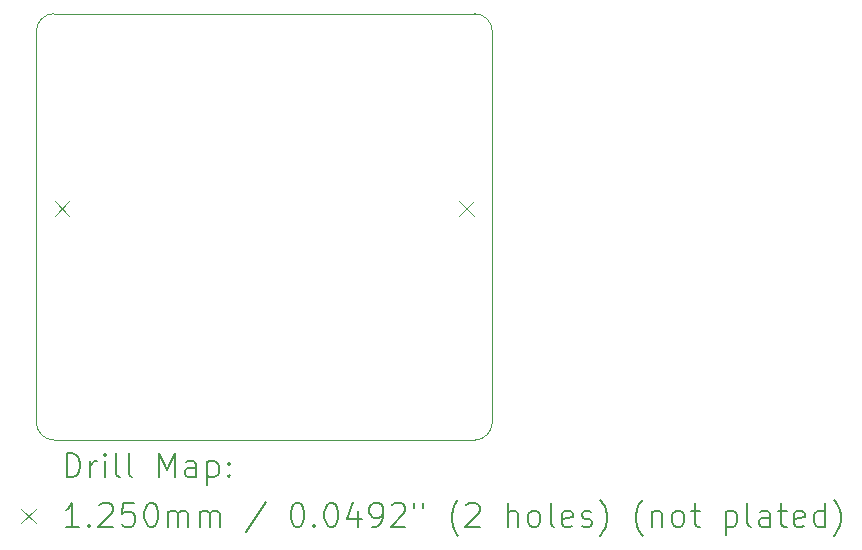
<source format=gbr>
%TF.GenerationSoftware,KiCad,Pcbnew,9.0.0*%
%TF.CreationDate,2025-08-24T13:42:27+02:00*%
%TF.ProjectId,Rivian-A,52697669-616e-42d4-912e-6b696361645f,rev?*%
%TF.SameCoordinates,Original*%
%TF.FileFunction,Drillmap*%
%TF.FilePolarity,Positive*%
%FSLAX45Y45*%
G04 Gerber Fmt 4.5, Leading zero omitted, Abs format (unit mm)*
G04 Created by KiCad (PCBNEW 9.0.0) date 2025-08-24 13:42:27*
%MOMM*%
%LPD*%
G01*
G04 APERTURE LIST*
%ADD10C,0.050000*%
%ADD11C,0.200000*%
%ADD12C,0.125000*%
G04 APERTURE END LIST*
D10*
X15500000Y-7030000D02*
G75*
G02*
X15650000Y-7180000I0J-150000D01*
G01*
X15650000Y-10490000D02*
G75*
G02*
X15500000Y-10640000I-150000J0D01*
G01*
X11790000Y-7180000D02*
G75*
G02*
X11940000Y-7030000I150000J0D01*
G01*
X11940000Y-10640000D02*
G75*
G02*
X11790000Y-10490000I0J150000D01*
G01*
X15650000Y-7180000D02*
X15650000Y-10490000D01*
X11940000Y-7030000D02*
X15500000Y-7030000D01*
X15500000Y-10640000D02*
X11940000Y-10640000D01*
X11790000Y-10490000D02*
X11790000Y-7180000D01*
D11*
D12*
X11945000Y-8617500D02*
X12070000Y-8742500D01*
X12070000Y-8617500D02*
X11945000Y-8742500D01*
X15370000Y-8617500D02*
X15495000Y-8742500D01*
X15495000Y-8617500D02*
X15370000Y-8742500D01*
D11*
X12048277Y-10953984D02*
X12048277Y-10753984D01*
X12048277Y-10753984D02*
X12095896Y-10753984D01*
X12095896Y-10753984D02*
X12124467Y-10763508D01*
X12124467Y-10763508D02*
X12143515Y-10782555D01*
X12143515Y-10782555D02*
X12153039Y-10801603D01*
X12153039Y-10801603D02*
X12162562Y-10839698D01*
X12162562Y-10839698D02*
X12162562Y-10868270D01*
X12162562Y-10868270D02*
X12153039Y-10906365D01*
X12153039Y-10906365D02*
X12143515Y-10925412D01*
X12143515Y-10925412D02*
X12124467Y-10944460D01*
X12124467Y-10944460D02*
X12095896Y-10953984D01*
X12095896Y-10953984D02*
X12048277Y-10953984D01*
X12248277Y-10953984D02*
X12248277Y-10820650D01*
X12248277Y-10858746D02*
X12257801Y-10839698D01*
X12257801Y-10839698D02*
X12267324Y-10830174D01*
X12267324Y-10830174D02*
X12286372Y-10820650D01*
X12286372Y-10820650D02*
X12305420Y-10820650D01*
X12372086Y-10953984D02*
X12372086Y-10820650D01*
X12372086Y-10753984D02*
X12362562Y-10763508D01*
X12362562Y-10763508D02*
X12372086Y-10773031D01*
X12372086Y-10773031D02*
X12381610Y-10763508D01*
X12381610Y-10763508D02*
X12372086Y-10753984D01*
X12372086Y-10753984D02*
X12372086Y-10773031D01*
X12495896Y-10953984D02*
X12476848Y-10944460D01*
X12476848Y-10944460D02*
X12467324Y-10925412D01*
X12467324Y-10925412D02*
X12467324Y-10753984D01*
X12600658Y-10953984D02*
X12581610Y-10944460D01*
X12581610Y-10944460D02*
X12572086Y-10925412D01*
X12572086Y-10925412D02*
X12572086Y-10753984D01*
X12829229Y-10953984D02*
X12829229Y-10753984D01*
X12829229Y-10753984D02*
X12895896Y-10896841D01*
X12895896Y-10896841D02*
X12962562Y-10753984D01*
X12962562Y-10753984D02*
X12962562Y-10953984D01*
X13143515Y-10953984D02*
X13143515Y-10849222D01*
X13143515Y-10849222D02*
X13133991Y-10830174D01*
X13133991Y-10830174D02*
X13114943Y-10820650D01*
X13114943Y-10820650D02*
X13076848Y-10820650D01*
X13076848Y-10820650D02*
X13057801Y-10830174D01*
X13143515Y-10944460D02*
X13124467Y-10953984D01*
X13124467Y-10953984D02*
X13076848Y-10953984D01*
X13076848Y-10953984D02*
X13057801Y-10944460D01*
X13057801Y-10944460D02*
X13048277Y-10925412D01*
X13048277Y-10925412D02*
X13048277Y-10906365D01*
X13048277Y-10906365D02*
X13057801Y-10887317D01*
X13057801Y-10887317D02*
X13076848Y-10877793D01*
X13076848Y-10877793D02*
X13124467Y-10877793D01*
X13124467Y-10877793D02*
X13143515Y-10868270D01*
X13238753Y-10820650D02*
X13238753Y-11020650D01*
X13238753Y-10830174D02*
X13257801Y-10820650D01*
X13257801Y-10820650D02*
X13295896Y-10820650D01*
X13295896Y-10820650D02*
X13314943Y-10830174D01*
X13314943Y-10830174D02*
X13324467Y-10839698D01*
X13324467Y-10839698D02*
X13333991Y-10858746D01*
X13333991Y-10858746D02*
X13333991Y-10915889D01*
X13333991Y-10915889D02*
X13324467Y-10934936D01*
X13324467Y-10934936D02*
X13314943Y-10944460D01*
X13314943Y-10944460D02*
X13295896Y-10953984D01*
X13295896Y-10953984D02*
X13257801Y-10953984D01*
X13257801Y-10953984D02*
X13238753Y-10944460D01*
X13419705Y-10934936D02*
X13429229Y-10944460D01*
X13429229Y-10944460D02*
X13419705Y-10953984D01*
X13419705Y-10953984D02*
X13410182Y-10944460D01*
X13410182Y-10944460D02*
X13419705Y-10934936D01*
X13419705Y-10934936D02*
X13419705Y-10953984D01*
X13419705Y-10830174D02*
X13429229Y-10839698D01*
X13429229Y-10839698D02*
X13419705Y-10849222D01*
X13419705Y-10849222D02*
X13410182Y-10839698D01*
X13410182Y-10839698D02*
X13419705Y-10830174D01*
X13419705Y-10830174D02*
X13419705Y-10849222D01*
D12*
X11662500Y-11220000D02*
X11787500Y-11345000D01*
X11787500Y-11220000D02*
X11662500Y-11345000D01*
D11*
X12153039Y-11373984D02*
X12038753Y-11373984D01*
X12095896Y-11373984D02*
X12095896Y-11173984D01*
X12095896Y-11173984D02*
X12076848Y-11202555D01*
X12076848Y-11202555D02*
X12057801Y-11221603D01*
X12057801Y-11221603D02*
X12038753Y-11231127D01*
X12238753Y-11354936D02*
X12248277Y-11364460D01*
X12248277Y-11364460D02*
X12238753Y-11373984D01*
X12238753Y-11373984D02*
X12229229Y-11364460D01*
X12229229Y-11364460D02*
X12238753Y-11354936D01*
X12238753Y-11354936D02*
X12238753Y-11373984D01*
X12324467Y-11193031D02*
X12333991Y-11183508D01*
X12333991Y-11183508D02*
X12353039Y-11173984D01*
X12353039Y-11173984D02*
X12400658Y-11173984D01*
X12400658Y-11173984D02*
X12419705Y-11183508D01*
X12419705Y-11183508D02*
X12429229Y-11193031D01*
X12429229Y-11193031D02*
X12438753Y-11212079D01*
X12438753Y-11212079D02*
X12438753Y-11231127D01*
X12438753Y-11231127D02*
X12429229Y-11259698D01*
X12429229Y-11259698D02*
X12314943Y-11373984D01*
X12314943Y-11373984D02*
X12438753Y-11373984D01*
X12619705Y-11173984D02*
X12524467Y-11173984D01*
X12524467Y-11173984D02*
X12514943Y-11269222D01*
X12514943Y-11269222D02*
X12524467Y-11259698D01*
X12524467Y-11259698D02*
X12543515Y-11250174D01*
X12543515Y-11250174D02*
X12591134Y-11250174D01*
X12591134Y-11250174D02*
X12610182Y-11259698D01*
X12610182Y-11259698D02*
X12619705Y-11269222D01*
X12619705Y-11269222D02*
X12629229Y-11288269D01*
X12629229Y-11288269D02*
X12629229Y-11335888D01*
X12629229Y-11335888D02*
X12619705Y-11354936D01*
X12619705Y-11354936D02*
X12610182Y-11364460D01*
X12610182Y-11364460D02*
X12591134Y-11373984D01*
X12591134Y-11373984D02*
X12543515Y-11373984D01*
X12543515Y-11373984D02*
X12524467Y-11364460D01*
X12524467Y-11364460D02*
X12514943Y-11354936D01*
X12753039Y-11173984D02*
X12772086Y-11173984D01*
X12772086Y-11173984D02*
X12791134Y-11183508D01*
X12791134Y-11183508D02*
X12800658Y-11193031D01*
X12800658Y-11193031D02*
X12810182Y-11212079D01*
X12810182Y-11212079D02*
X12819705Y-11250174D01*
X12819705Y-11250174D02*
X12819705Y-11297793D01*
X12819705Y-11297793D02*
X12810182Y-11335888D01*
X12810182Y-11335888D02*
X12800658Y-11354936D01*
X12800658Y-11354936D02*
X12791134Y-11364460D01*
X12791134Y-11364460D02*
X12772086Y-11373984D01*
X12772086Y-11373984D02*
X12753039Y-11373984D01*
X12753039Y-11373984D02*
X12733991Y-11364460D01*
X12733991Y-11364460D02*
X12724467Y-11354936D01*
X12724467Y-11354936D02*
X12714943Y-11335888D01*
X12714943Y-11335888D02*
X12705420Y-11297793D01*
X12705420Y-11297793D02*
X12705420Y-11250174D01*
X12705420Y-11250174D02*
X12714943Y-11212079D01*
X12714943Y-11212079D02*
X12724467Y-11193031D01*
X12724467Y-11193031D02*
X12733991Y-11183508D01*
X12733991Y-11183508D02*
X12753039Y-11173984D01*
X12905420Y-11373984D02*
X12905420Y-11240650D01*
X12905420Y-11259698D02*
X12914943Y-11250174D01*
X12914943Y-11250174D02*
X12933991Y-11240650D01*
X12933991Y-11240650D02*
X12962563Y-11240650D01*
X12962563Y-11240650D02*
X12981610Y-11250174D01*
X12981610Y-11250174D02*
X12991134Y-11269222D01*
X12991134Y-11269222D02*
X12991134Y-11373984D01*
X12991134Y-11269222D02*
X13000658Y-11250174D01*
X13000658Y-11250174D02*
X13019705Y-11240650D01*
X13019705Y-11240650D02*
X13048277Y-11240650D01*
X13048277Y-11240650D02*
X13067324Y-11250174D01*
X13067324Y-11250174D02*
X13076848Y-11269222D01*
X13076848Y-11269222D02*
X13076848Y-11373984D01*
X13172086Y-11373984D02*
X13172086Y-11240650D01*
X13172086Y-11259698D02*
X13181610Y-11250174D01*
X13181610Y-11250174D02*
X13200658Y-11240650D01*
X13200658Y-11240650D02*
X13229229Y-11240650D01*
X13229229Y-11240650D02*
X13248277Y-11250174D01*
X13248277Y-11250174D02*
X13257801Y-11269222D01*
X13257801Y-11269222D02*
X13257801Y-11373984D01*
X13257801Y-11269222D02*
X13267324Y-11250174D01*
X13267324Y-11250174D02*
X13286372Y-11240650D01*
X13286372Y-11240650D02*
X13314943Y-11240650D01*
X13314943Y-11240650D02*
X13333991Y-11250174D01*
X13333991Y-11250174D02*
X13343515Y-11269222D01*
X13343515Y-11269222D02*
X13343515Y-11373984D01*
X13733991Y-11164460D02*
X13562563Y-11421603D01*
X13991134Y-11173984D02*
X14010182Y-11173984D01*
X14010182Y-11173984D02*
X14029229Y-11183508D01*
X14029229Y-11183508D02*
X14038753Y-11193031D01*
X14038753Y-11193031D02*
X14048277Y-11212079D01*
X14048277Y-11212079D02*
X14057801Y-11250174D01*
X14057801Y-11250174D02*
X14057801Y-11297793D01*
X14057801Y-11297793D02*
X14048277Y-11335888D01*
X14048277Y-11335888D02*
X14038753Y-11354936D01*
X14038753Y-11354936D02*
X14029229Y-11364460D01*
X14029229Y-11364460D02*
X14010182Y-11373984D01*
X14010182Y-11373984D02*
X13991134Y-11373984D01*
X13991134Y-11373984D02*
X13972086Y-11364460D01*
X13972086Y-11364460D02*
X13962563Y-11354936D01*
X13962563Y-11354936D02*
X13953039Y-11335888D01*
X13953039Y-11335888D02*
X13943515Y-11297793D01*
X13943515Y-11297793D02*
X13943515Y-11250174D01*
X13943515Y-11250174D02*
X13953039Y-11212079D01*
X13953039Y-11212079D02*
X13962563Y-11193031D01*
X13962563Y-11193031D02*
X13972086Y-11183508D01*
X13972086Y-11183508D02*
X13991134Y-11173984D01*
X14143515Y-11354936D02*
X14153039Y-11364460D01*
X14153039Y-11364460D02*
X14143515Y-11373984D01*
X14143515Y-11373984D02*
X14133991Y-11364460D01*
X14133991Y-11364460D02*
X14143515Y-11354936D01*
X14143515Y-11354936D02*
X14143515Y-11373984D01*
X14276848Y-11173984D02*
X14295896Y-11173984D01*
X14295896Y-11173984D02*
X14314944Y-11183508D01*
X14314944Y-11183508D02*
X14324467Y-11193031D01*
X14324467Y-11193031D02*
X14333991Y-11212079D01*
X14333991Y-11212079D02*
X14343515Y-11250174D01*
X14343515Y-11250174D02*
X14343515Y-11297793D01*
X14343515Y-11297793D02*
X14333991Y-11335888D01*
X14333991Y-11335888D02*
X14324467Y-11354936D01*
X14324467Y-11354936D02*
X14314944Y-11364460D01*
X14314944Y-11364460D02*
X14295896Y-11373984D01*
X14295896Y-11373984D02*
X14276848Y-11373984D01*
X14276848Y-11373984D02*
X14257801Y-11364460D01*
X14257801Y-11364460D02*
X14248277Y-11354936D01*
X14248277Y-11354936D02*
X14238753Y-11335888D01*
X14238753Y-11335888D02*
X14229229Y-11297793D01*
X14229229Y-11297793D02*
X14229229Y-11250174D01*
X14229229Y-11250174D02*
X14238753Y-11212079D01*
X14238753Y-11212079D02*
X14248277Y-11193031D01*
X14248277Y-11193031D02*
X14257801Y-11183508D01*
X14257801Y-11183508D02*
X14276848Y-11173984D01*
X14514944Y-11240650D02*
X14514944Y-11373984D01*
X14467325Y-11164460D02*
X14419706Y-11307317D01*
X14419706Y-11307317D02*
X14543515Y-11307317D01*
X14629229Y-11373984D02*
X14667325Y-11373984D01*
X14667325Y-11373984D02*
X14686372Y-11364460D01*
X14686372Y-11364460D02*
X14695896Y-11354936D01*
X14695896Y-11354936D02*
X14714944Y-11326365D01*
X14714944Y-11326365D02*
X14724467Y-11288269D01*
X14724467Y-11288269D02*
X14724467Y-11212079D01*
X14724467Y-11212079D02*
X14714944Y-11193031D01*
X14714944Y-11193031D02*
X14705420Y-11183508D01*
X14705420Y-11183508D02*
X14686372Y-11173984D01*
X14686372Y-11173984D02*
X14648277Y-11173984D01*
X14648277Y-11173984D02*
X14629229Y-11183508D01*
X14629229Y-11183508D02*
X14619706Y-11193031D01*
X14619706Y-11193031D02*
X14610182Y-11212079D01*
X14610182Y-11212079D02*
X14610182Y-11259698D01*
X14610182Y-11259698D02*
X14619706Y-11278746D01*
X14619706Y-11278746D02*
X14629229Y-11288269D01*
X14629229Y-11288269D02*
X14648277Y-11297793D01*
X14648277Y-11297793D02*
X14686372Y-11297793D01*
X14686372Y-11297793D02*
X14705420Y-11288269D01*
X14705420Y-11288269D02*
X14714944Y-11278746D01*
X14714944Y-11278746D02*
X14724467Y-11259698D01*
X14800658Y-11193031D02*
X14810182Y-11183508D01*
X14810182Y-11183508D02*
X14829229Y-11173984D01*
X14829229Y-11173984D02*
X14876848Y-11173984D01*
X14876848Y-11173984D02*
X14895896Y-11183508D01*
X14895896Y-11183508D02*
X14905420Y-11193031D01*
X14905420Y-11193031D02*
X14914944Y-11212079D01*
X14914944Y-11212079D02*
X14914944Y-11231127D01*
X14914944Y-11231127D02*
X14905420Y-11259698D01*
X14905420Y-11259698D02*
X14791134Y-11373984D01*
X14791134Y-11373984D02*
X14914944Y-11373984D01*
X14991134Y-11173984D02*
X14991134Y-11212079D01*
X15067325Y-11173984D02*
X15067325Y-11212079D01*
X15362563Y-11450174D02*
X15353039Y-11440650D01*
X15353039Y-11440650D02*
X15333991Y-11412079D01*
X15333991Y-11412079D02*
X15324468Y-11393031D01*
X15324468Y-11393031D02*
X15314944Y-11364460D01*
X15314944Y-11364460D02*
X15305420Y-11316841D01*
X15305420Y-11316841D02*
X15305420Y-11278746D01*
X15305420Y-11278746D02*
X15314944Y-11231127D01*
X15314944Y-11231127D02*
X15324468Y-11202555D01*
X15324468Y-11202555D02*
X15333991Y-11183508D01*
X15333991Y-11183508D02*
X15353039Y-11154936D01*
X15353039Y-11154936D02*
X15362563Y-11145412D01*
X15429229Y-11193031D02*
X15438753Y-11183508D01*
X15438753Y-11183508D02*
X15457801Y-11173984D01*
X15457801Y-11173984D02*
X15505420Y-11173984D01*
X15505420Y-11173984D02*
X15524468Y-11183508D01*
X15524468Y-11183508D02*
X15533991Y-11193031D01*
X15533991Y-11193031D02*
X15543515Y-11212079D01*
X15543515Y-11212079D02*
X15543515Y-11231127D01*
X15543515Y-11231127D02*
X15533991Y-11259698D01*
X15533991Y-11259698D02*
X15419706Y-11373984D01*
X15419706Y-11373984D02*
X15543515Y-11373984D01*
X15781610Y-11373984D02*
X15781610Y-11173984D01*
X15867325Y-11373984D02*
X15867325Y-11269222D01*
X15867325Y-11269222D02*
X15857801Y-11250174D01*
X15857801Y-11250174D02*
X15838753Y-11240650D01*
X15838753Y-11240650D02*
X15810182Y-11240650D01*
X15810182Y-11240650D02*
X15791134Y-11250174D01*
X15791134Y-11250174D02*
X15781610Y-11259698D01*
X15991134Y-11373984D02*
X15972087Y-11364460D01*
X15972087Y-11364460D02*
X15962563Y-11354936D01*
X15962563Y-11354936D02*
X15953039Y-11335888D01*
X15953039Y-11335888D02*
X15953039Y-11278746D01*
X15953039Y-11278746D02*
X15962563Y-11259698D01*
X15962563Y-11259698D02*
X15972087Y-11250174D01*
X15972087Y-11250174D02*
X15991134Y-11240650D01*
X15991134Y-11240650D02*
X16019706Y-11240650D01*
X16019706Y-11240650D02*
X16038753Y-11250174D01*
X16038753Y-11250174D02*
X16048277Y-11259698D01*
X16048277Y-11259698D02*
X16057801Y-11278746D01*
X16057801Y-11278746D02*
X16057801Y-11335888D01*
X16057801Y-11335888D02*
X16048277Y-11354936D01*
X16048277Y-11354936D02*
X16038753Y-11364460D01*
X16038753Y-11364460D02*
X16019706Y-11373984D01*
X16019706Y-11373984D02*
X15991134Y-11373984D01*
X16172087Y-11373984D02*
X16153039Y-11364460D01*
X16153039Y-11364460D02*
X16143515Y-11345412D01*
X16143515Y-11345412D02*
X16143515Y-11173984D01*
X16324468Y-11364460D02*
X16305420Y-11373984D01*
X16305420Y-11373984D02*
X16267325Y-11373984D01*
X16267325Y-11373984D02*
X16248277Y-11364460D01*
X16248277Y-11364460D02*
X16238753Y-11345412D01*
X16238753Y-11345412D02*
X16238753Y-11269222D01*
X16238753Y-11269222D02*
X16248277Y-11250174D01*
X16248277Y-11250174D02*
X16267325Y-11240650D01*
X16267325Y-11240650D02*
X16305420Y-11240650D01*
X16305420Y-11240650D02*
X16324468Y-11250174D01*
X16324468Y-11250174D02*
X16333991Y-11269222D01*
X16333991Y-11269222D02*
X16333991Y-11288269D01*
X16333991Y-11288269D02*
X16238753Y-11307317D01*
X16410182Y-11364460D02*
X16429230Y-11373984D01*
X16429230Y-11373984D02*
X16467325Y-11373984D01*
X16467325Y-11373984D02*
X16486372Y-11364460D01*
X16486372Y-11364460D02*
X16495896Y-11345412D01*
X16495896Y-11345412D02*
X16495896Y-11335888D01*
X16495896Y-11335888D02*
X16486372Y-11316841D01*
X16486372Y-11316841D02*
X16467325Y-11307317D01*
X16467325Y-11307317D02*
X16438753Y-11307317D01*
X16438753Y-11307317D02*
X16419706Y-11297793D01*
X16419706Y-11297793D02*
X16410182Y-11278746D01*
X16410182Y-11278746D02*
X16410182Y-11269222D01*
X16410182Y-11269222D02*
X16419706Y-11250174D01*
X16419706Y-11250174D02*
X16438753Y-11240650D01*
X16438753Y-11240650D02*
X16467325Y-11240650D01*
X16467325Y-11240650D02*
X16486372Y-11250174D01*
X16562563Y-11450174D02*
X16572087Y-11440650D01*
X16572087Y-11440650D02*
X16591134Y-11412079D01*
X16591134Y-11412079D02*
X16600658Y-11393031D01*
X16600658Y-11393031D02*
X16610182Y-11364460D01*
X16610182Y-11364460D02*
X16619706Y-11316841D01*
X16619706Y-11316841D02*
X16619706Y-11278746D01*
X16619706Y-11278746D02*
X16610182Y-11231127D01*
X16610182Y-11231127D02*
X16600658Y-11202555D01*
X16600658Y-11202555D02*
X16591134Y-11183508D01*
X16591134Y-11183508D02*
X16572087Y-11154936D01*
X16572087Y-11154936D02*
X16562563Y-11145412D01*
X16924468Y-11450174D02*
X16914944Y-11440650D01*
X16914944Y-11440650D02*
X16895896Y-11412079D01*
X16895896Y-11412079D02*
X16886373Y-11393031D01*
X16886373Y-11393031D02*
X16876849Y-11364460D01*
X16876849Y-11364460D02*
X16867325Y-11316841D01*
X16867325Y-11316841D02*
X16867325Y-11278746D01*
X16867325Y-11278746D02*
X16876849Y-11231127D01*
X16876849Y-11231127D02*
X16886373Y-11202555D01*
X16886373Y-11202555D02*
X16895896Y-11183508D01*
X16895896Y-11183508D02*
X16914944Y-11154936D01*
X16914944Y-11154936D02*
X16924468Y-11145412D01*
X17000658Y-11240650D02*
X17000658Y-11373984D01*
X17000658Y-11259698D02*
X17010182Y-11250174D01*
X17010182Y-11250174D02*
X17029230Y-11240650D01*
X17029230Y-11240650D02*
X17057801Y-11240650D01*
X17057801Y-11240650D02*
X17076849Y-11250174D01*
X17076849Y-11250174D02*
X17086373Y-11269222D01*
X17086373Y-11269222D02*
X17086373Y-11373984D01*
X17210182Y-11373984D02*
X17191134Y-11364460D01*
X17191134Y-11364460D02*
X17181611Y-11354936D01*
X17181611Y-11354936D02*
X17172087Y-11335888D01*
X17172087Y-11335888D02*
X17172087Y-11278746D01*
X17172087Y-11278746D02*
X17181611Y-11259698D01*
X17181611Y-11259698D02*
X17191134Y-11250174D01*
X17191134Y-11250174D02*
X17210182Y-11240650D01*
X17210182Y-11240650D02*
X17238754Y-11240650D01*
X17238754Y-11240650D02*
X17257801Y-11250174D01*
X17257801Y-11250174D02*
X17267325Y-11259698D01*
X17267325Y-11259698D02*
X17276849Y-11278746D01*
X17276849Y-11278746D02*
X17276849Y-11335888D01*
X17276849Y-11335888D02*
X17267325Y-11354936D01*
X17267325Y-11354936D02*
X17257801Y-11364460D01*
X17257801Y-11364460D02*
X17238754Y-11373984D01*
X17238754Y-11373984D02*
X17210182Y-11373984D01*
X17333992Y-11240650D02*
X17410182Y-11240650D01*
X17362563Y-11173984D02*
X17362563Y-11345412D01*
X17362563Y-11345412D02*
X17372087Y-11364460D01*
X17372087Y-11364460D02*
X17391134Y-11373984D01*
X17391134Y-11373984D02*
X17410182Y-11373984D01*
X17629230Y-11240650D02*
X17629230Y-11440650D01*
X17629230Y-11250174D02*
X17648277Y-11240650D01*
X17648277Y-11240650D02*
X17686373Y-11240650D01*
X17686373Y-11240650D02*
X17705420Y-11250174D01*
X17705420Y-11250174D02*
X17714944Y-11259698D01*
X17714944Y-11259698D02*
X17724468Y-11278746D01*
X17724468Y-11278746D02*
X17724468Y-11335888D01*
X17724468Y-11335888D02*
X17714944Y-11354936D01*
X17714944Y-11354936D02*
X17705420Y-11364460D01*
X17705420Y-11364460D02*
X17686373Y-11373984D01*
X17686373Y-11373984D02*
X17648277Y-11373984D01*
X17648277Y-11373984D02*
X17629230Y-11364460D01*
X17838754Y-11373984D02*
X17819706Y-11364460D01*
X17819706Y-11364460D02*
X17810182Y-11345412D01*
X17810182Y-11345412D02*
X17810182Y-11173984D01*
X18000658Y-11373984D02*
X18000658Y-11269222D01*
X18000658Y-11269222D02*
X17991135Y-11250174D01*
X17991135Y-11250174D02*
X17972087Y-11240650D01*
X17972087Y-11240650D02*
X17933992Y-11240650D01*
X17933992Y-11240650D02*
X17914944Y-11250174D01*
X18000658Y-11364460D02*
X17981611Y-11373984D01*
X17981611Y-11373984D02*
X17933992Y-11373984D01*
X17933992Y-11373984D02*
X17914944Y-11364460D01*
X17914944Y-11364460D02*
X17905420Y-11345412D01*
X17905420Y-11345412D02*
X17905420Y-11326365D01*
X17905420Y-11326365D02*
X17914944Y-11307317D01*
X17914944Y-11307317D02*
X17933992Y-11297793D01*
X17933992Y-11297793D02*
X17981611Y-11297793D01*
X17981611Y-11297793D02*
X18000658Y-11288269D01*
X18067325Y-11240650D02*
X18143515Y-11240650D01*
X18095896Y-11173984D02*
X18095896Y-11345412D01*
X18095896Y-11345412D02*
X18105420Y-11364460D01*
X18105420Y-11364460D02*
X18124468Y-11373984D01*
X18124468Y-11373984D02*
X18143515Y-11373984D01*
X18286373Y-11364460D02*
X18267325Y-11373984D01*
X18267325Y-11373984D02*
X18229230Y-11373984D01*
X18229230Y-11373984D02*
X18210182Y-11364460D01*
X18210182Y-11364460D02*
X18200658Y-11345412D01*
X18200658Y-11345412D02*
X18200658Y-11269222D01*
X18200658Y-11269222D02*
X18210182Y-11250174D01*
X18210182Y-11250174D02*
X18229230Y-11240650D01*
X18229230Y-11240650D02*
X18267325Y-11240650D01*
X18267325Y-11240650D02*
X18286373Y-11250174D01*
X18286373Y-11250174D02*
X18295896Y-11269222D01*
X18295896Y-11269222D02*
X18295896Y-11288269D01*
X18295896Y-11288269D02*
X18200658Y-11307317D01*
X18467325Y-11373984D02*
X18467325Y-11173984D01*
X18467325Y-11364460D02*
X18448277Y-11373984D01*
X18448277Y-11373984D02*
X18410182Y-11373984D01*
X18410182Y-11373984D02*
X18391135Y-11364460D01*
X18391135Y-11364460D02*
X18381611Y-11354936D01*
X18381611Y-11354936D02*
X18372087Y-11335888D01*
X18372087Y-11335888D02*
X18372087Y-11278746D01*
X18372087Y-11278746D02*
X18381611Y-11259698D01*
X18381611Y-11259698D02*
X18391135Y-11250174D01*
X18391135Y-11250174D02*
X18410182Y-11240650D01*
X18410182Y-11240650D02*
X18448277Y-11240650D01*
X18448277Y-11240650D02*
X18467325Y-11250174D01*
X18543516Y-11450174D02*
X18553039Y-11440650D01*
X18553039Y-11440650D02*
X18572087Y-11412079D01*
X18572087Y-11412079D02*
X18581611Y-11393031D01*
X18581611Y-11393031D02*
X18591135Y-11364460D01*
X18591135Y-11364460D02*
X18600658Y-11316841D01*
X18600658Y-11316841D02*
X18600658Y-11278746D01*
X18600658Y-11278746D02*
X18591135Y-11231127D01*
X18591135Y-11231127D02*
X18581611Y-11202555D01*
X18581611Y-11202555D02*
X18572087Y-11183508D01*
X18572087Y-11183508D02*
X18553039Y-11154936D01*
X18553039Y-11154936D02*
X18543516Y-11145412D01*
M02*

</source>
